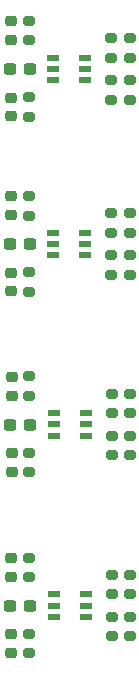
<source format=gbr>
%TF.GenerationSoftware,KiCad,Pcbnew,7.0.10*%
%TF.CreationDate,2024-06-09T22:37:06-03:00*%
%TF.ProjectId,level_translator_4ch,6c657665-6c5f-4747-9261-6e736c61746f,rev?*%
%TF.SameCoordinates,Original*%
%TF.FileFunction,Paste,Top*%
%TF.FilePolarity,Positive*%
%FSLAX46Y46*%
G04 Gerber Fmt 4.6, Leading zero omitted, Abs format (unit mm)*
G04 Created by KiCad (PCBNEW 7.0.10) date 2024-06-09 22:37:06*
%MOMM*%
%LPD*%
G01*
G04 APERTURE LIST*
G04 Aperture macros list*
%AMRoundRect*
0 Rectangle with rounded corners*
0 $1 Rounding radius*
0 $2 $3 $4 $5 $6 $7 $8 $9 X,Y pos of 4 corners*
0 Add a 4 corners polygon primitive as box body*
4,1,4,$2,$3,$4,$5,$6,$7,$8,$9,$2,$3,0*
0 Add four circle primitives for the rounded corners*
1,1,$1+$1,$2,$3*
1,1,$1+$1,$4,$5*
1,1,$1+$1,$6,$7*
1,1,$1+$1,$8,$9*
0 Add four rect primitives between the rounded corners*
20,1,$1+$1,$2,$3,$4,$5,0*
20,1,$1+$1,$4,$5,$6,$7,0*
20,1,$1+$1,$6,$7,$8,$9,0*
20,1,$1+$1,$8,$9,$2,$3,0*%
G04 Aperture macros list end*
%ADD10RoundRect,0.218750X-0.256250X0.218750X-0.256250X-0.218750X0.256250X-0.218750X0.256250X0.218750X0*%
%ADD11RoundRect,0.200000X-0.275000X0.200000X-0.275000X-0.200000X0.275000X-0.200000X0.275000X0.200000X0*%
%ADD12R,1.000000X0.550000*%
%ADD13RoundRect,0.200000X0.275000X-0.200000X0.275000X0.200000X-0.275000X0.200000X-0.275000X-0.200000X0*%
%ADD14RoundRect,0.237500X0.300000X0.237500X-0.300000X0.237500X-0.300000X-0.237500X0.300000X-0.237500X0*%
%ADD15RoundRect,0.218750X0.256250X-0.218750X0.256250X0.218750X-0.256250X0.218750X-0.256250X-0.218750X0*%
G04 APERTURE END LIST*
D10*
%TO.C,D7*%
X133727200Y-96662100D03*
X133727200Y-98237100D03*
%TD*%
D11*
%TO.C,R25*%
X135255000Y-111900200D03*
X135255000Y-113550200D03*
%TD*%
D12*
%TO.C,U1*%
X140004800Y-80360600D03*
X140004800Y-79410600D03*
X140004800Y-78460600D03*
X137304800Y-78460600D03*
X137304800Y-79410600D03*
X137304800Y-80360600D03*
%TD*%
D10*
%TO.C,D9*%
X133756400Y-111937700D03*
X133756400Y-113512700D03*
%TD*%
D13*
%TO.C,R28*%
X143789400Y-108571800D03*
X143789400Y-106921800D03*
%TD*%
D11*
%TO.C,R18*%
X135251200Y-127231600D03*
X135251200Y-128881600D03*
%TD*%
D14*
%TO.C,C4*%
X135326300Y-94249200D03*
X133601300Y-94249200D03*
%TD*%
D13*
%TO.C,R20*%
X135251200Y-122430000D03*
X135251200Y-120780000D03*
%TD*%
D11*
%TO.C,R3*%
X142207000Y-76822800D03*
X142207000Y-78472800D03*
%TD*%
D13*
%TO.C,R26*%
X135255000Y-107098600D03*
X135255000Y-105448600D03*
%TD*%
%TO.C,R13*%
X142210800Y-96826800D03*
X142210800Y-95176800D03*
%TD*%
D15*
%TO.C,D3*%
X133723400Y-76962100D03*
X133723400Y-75387100D03*
%TD*%
D10*
%TO.C,D1*%
X133723400Y-81838700D03*
X133723400Y-83413700D03*
%TD*%
D11*
%TO.C,R27*%
X142240000Y-106921800D03*
X142240000Y-108571800D03*
%TD*%
%TO.C,R6*%
X143785600Y-125783800D03*
X143785600Y-127433800D03*
%TD*%
D13*
%TO.C,R8*%
X143785600Y-123903200D03*
X143785600Y-122253200D03*
%TD*%
D12*
%TO.C,U3*%
X140037800Y-110459600D03*
X140037800Y-109509600D03*
X140037800Y-108559600D03*
X137337800Y-108559600D03*
X137337800Y-109509600D03*
X137337800Y-110459600D03*
%TD*%
D13*
%TO.C,R21*%
X142240000Y-112102400D03*
X142240000Y-110452400D03*
%TD*%
%TO.C,R16*%
X143760200Y-93296200D03*
X143760200Y-91646200D03*
%TD*%
D11*
%TO.C,R22*%
X143789400Y-110452400D03*
X143789400Y-112102400D03*
%TD*%
%TO.C,R2*%
X143756400Y-80353400D03*
X143756400Y-82003400D03*
%TD*%
D13*
%TO.C,R5*%
X142236200Y-127433800D03*
X142236200Y-125783800D03*
%TD*%
D14*
%TO.C,C3*%
X135355500Y-109524800D03*
X133630500Y-109524800D03*
%TD*%
D13*
%TO.C,R19*%
X135222000Y-76999600D03*
X135222000Y-75349600D03*
%TD*%
D11*
%TO.C,R15*%
X142210800Y-91646200D03*
X142210800Y-93296200D03*
%TD*%
D13*
%TO.C,R1*%
X142207000Y-82003400D03*
X142207000Y-80353400D03*
%TD*%
D14*
%TO.C,C1*%
X135322500Y-79425800D03*
X133597500Y-79425800D03*
%TD*%
D10*
%TO.C,D2*%
X133752600Y-127269100D03*
X133752600Y-128844100D03*
%TD*%
D13*
%TO.C,R24*%
X135225800Y-91823000D03*
X135225800Y-90173000D03*
%TD*%
D12*
%TO.C,U4*%
X140008600Y-95184000D03*
X140008600Y-94234000D03*
X140008600Y-93284000D03*
X137308600Y-93284000D03*
X137308600Y-94234000D03*
X137308600Y-95184000D03*
%TD*%
D11*
%TO.C,R23*%
X135225800Y-96624600D03*
X135225800Y-98274600D03*
%TD*%
D15*
%TO.C,D8*%
X133727200Y-91785500D03*
X133727200Y-90210500D03*
%TD*%
%TO.C,D10*%
X133756400Y-107061100D03*
X133756400Y-105486100D03*
%TD*%
D14*
%TO.C,C2*%
X135351700Y-124856200D03*
X133626700Y-124856200D03*
%TD*%
D15*
%TO.C,D4*%
X133752600Y-122392500D03*
X133752600Y-120817500D03*
%TD*%
D12*
%TO.C,U2*%
X140034000Y-125791000D03*
X140034000Y-124841000D03*
X140034000Y-123891000D03*
X137334000Y-123891000D03*
X137334000Y-124841000D03*
X137334000Y-125791000D03*
%TD*%
D13*
%TO.C,R4*%
X143756400Y-78472800D03*
X143756400Y-76822800D03*
%TD*%
D11*
%TO.C,R7*%
X142236200Y-122253200D03*
X142236200Y-123903200D03*
%TD*%
%TO.C,R14*%
X143760200Y-95176800D03*
X143760200Y-96826800D03*
%TD*%
%TO.C,R17*%
X135222000Y-81801200D03*
X135222000Y-83451200D03*
%TD*%
M02*

</source>
